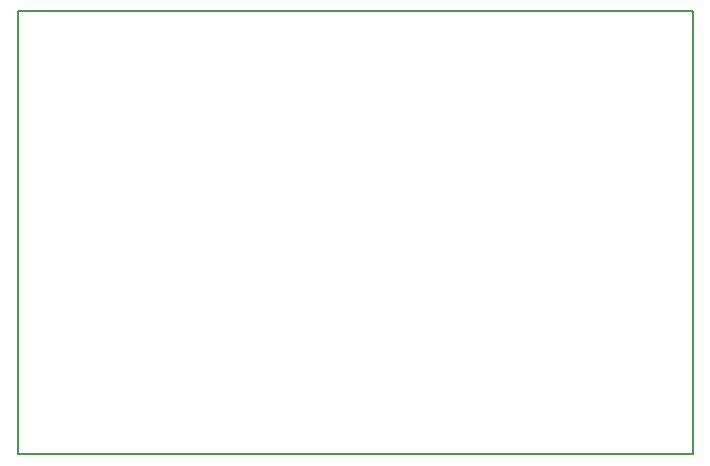
<source format=gko>
%FSLAX46Y46*%
G04 Gerber Fmt 4.6, Leading zero omitted, Abs format (unit mm)*
G04 Created by KiCad (PCBNEW (2014-08-06 BZR 5059)-product) date 24/08/2014 19:27:10*
%MOMM*%
G01*
G04 APERTURE LIST*
%ADD10C,0.150000*%
G04 APERTURE END LIST*
D10*
X195580000Y-141605000D02*
X138430000Y-141605000D01*
X195580000Y-104140000D02*
X195580000Y-141605000D01*
X138430000Y-104140000D02*
X195580000Y-104140000D01*
X138430000Y-141605000D02*
X138430000Y-104140000D01*
M02*

</source>
